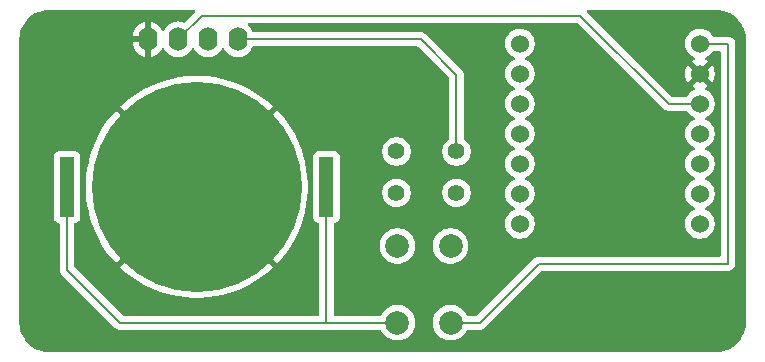
<source format=gbr>
%TF.GenerationSoftware,KiCad,Pcbnew,9.0.3*%
%TF.CreationDate,2025-08-02T05:50:16+03:00*%
%TF.ProjectId,LuminanceMeter,4c756d69-6e61-46e6-9365-4d657465722e,V0.1*%
%TF.SameCoordinates,Original*%
%TF.FileFunction,Copper,L2,Bot*%
%TF.FilePolarity,Positive*%
%FSLAX46Y46*%
G04 Gerber Fmt 4.6, Leading zero omitted, Abs format (unit mm)*
G04 Created by KiCad (PCBNEW 9.0.3) date 2025-08-02 05:50:16*
%MOMM*%
%LPD*%
G01*
G04 APERTURE LIST*
%TA.AperFunction,ComponentPad*%
%ADD10O,1.600000X2.000000*%
%TD*%
%TA.AperFunction,ComponentPad*%
%ADD11C,1.400000*%
%TD*%
%TA.AperFunction,ComponentPad*%
%ADD12C,2.000000*%
%TD*%
%TA.AperFunction,ComponentPad*%
%ADD13C,1.524000*%
%TD*%
%TA.AperFunction,SMDPad,CuDef*%
%ADD14R,1.270000X5.080000*%
%TD*%
%TA.AperFunction,SMDPad,CuDef*%
%ADD15C,17.800000*%
%TD*%
%TA.AperFunction,ViaPad*%
%ADD16C,0.600000*%
%TD*%
%TA.AperFunction,Conductor*%
%ADD17C,0.200000*%
%TD*%
G04 APERTURE END LIST*
D10*
%TO.P,Brd1,1,GND*%
%TO.N,GND*%
X85880000Y-62000000D03*
%TO.P,Brd1,2,VCC*%
%TO.N,3V3*%
X88420000Y-62000000D03*
%TO.P,Brd1,3,SCL*%
%TO.N,SCL*%
X90960000Y-62000000D03*
%TO.P,Brd1,4,SDA*%
%TO.N,SDA*%
X93500000Y-62000000D03*
%TD*%
D11*
%TO.P,R2,1*%
%TO.N,SCL*%
X112000000Y-75000000D03*
%TO.P,R2,2*%
%TO.N,3V3*%
X106920000Y-75000000D03*
%TD*%
%TO.P,R1,1*%
%TO.N,SDA*%
X112000000Y-71500000D03*
%TO.P,R1,2*%
%TO.N,3V3*%
X106920000Y-71500000D03*
%TD*%
D12*
%TO.P,SW1,1,1*%
%TO.N,Battery*%
X111500000Y-79500000D03*
X111500000Y-86000000D03*
%TO.P,SW1,2,2*%
%TO.N,Net-(BT1-+)*%
X107000000Y-79500000D03*
X107000000Y-86000000D03*
%TD*%
D13*
%TO.P,U1,1,GPIO26/ADC0/A0*%
%TO.N,unconnected-(U1-GPIO26{slash}ADC0{slash}A0-Pad1)*%
X117380000Y-62380000D03*
%TO.P,U1,2,GPIO27/ADC1/A1*%
%TO.N,unconnected-(U1-GPIO27{slash}ADC1{slash}A1-Pad2)*%
X117380000Y-64920000D03*
%TO.P,U1,3,GPIO28/ADC2/A2*%
%TO.N,unconnected-(U1-GPIO28{slash}ADC2{slash}A2-Pad3)*%
X117380000Y-67460000D03*
%TO.P,U1,4,GPIO29/ADC3/A3*%
%TO.N,Reset*%
X117380000Y-70000000D03*
%TO.P,U1,5,GPIO6/SDA*%
%TO.N,SDA*%
X117380000Y-72540000D03*
%TO.P,U1,6,GPIO7/SCL*%
%TO.N,SCL*%
X117380000Y-75080000D03*
%TO.P,U1,7,GPIO0/TX*%
%TO.N,unconnected-(U1-GPIO0{slash}TX-Pad7)*%
X117380000Y-77620000D03*
%TO.P,U1,8,GPIO1/RX*%
%TO.N,unconnected-(U1-GPIO1{slash}RX-Pad8)*%
X132620000Y-77620000D03*
%TO.P,U1,9,GPIO2/SCK*%
%TO.N,unconnected-(U1-GPIO2{slash}SCK-Pad9)*%
X132620000Y-75080000D03*
%TO.P,U1,10,GPIO4/MISO*%
%TO.N,unconnected-(U1-GPIO4{slash}MISO-Pad10)*%
X132620000Y-72540000D03*
%TO.P,U1,11,GPIO3/MOSI*%
%TO.N,unconnected-(U1-GPIO3{slash}MOSI-Pad11)*%
X132620000Y-70000000D03*
%TO.P,U1,12,3V3*%
%TO.N,3V3*%
X132620000Y-67460000D03*
%TO.P,U1,13,GND*%
%TO.N,GND*%
X132620000Y-64920000D03*
%TO.P,U1,14,VBUS*%
%TO.N,Battery*%
X132620000Y-62380000D03*
%TD*%
D14*
%TO.P,BT1,1,+*%
%TO.N,Net-(BT1-+)*%
X101000000Y-74500000D03*
X79030000Y-74500000D03*
D15*
%TO.P,BT1,2,-*%
%TO.N,GND*%
X90015000Y-74500000D03*
%TD*%
D16*
%TO.N,GND*%
X98500000Y-81500000D03*
%TD*%
D17*
%TO.N,GND*%
X97015000Y-81500000D02*
X90015000Y-74500000D01*
X98500000Y-81500000D02*
X97015000Y-81500000D01*
%TO.N,3V3*%
X122500000Y-60000000D02*
X129960000Y-67460000D01*
X90420000Y-60000000D02*
X122500000Y-60000000D01*
X88420000Y-62000000D02*
X90420000Y-60000000D01*
X129960000Y-67460000D02*
X132620000Y-67460000D01*
%TO.N,Battery*%
X118978429Y-81000000D02*
X135000000Y-81000000D01*
X135000000Y-62380000D02*
X132620000Y-62380000D01*
X111500000Y-86000000D02*
X113978429Y-86000000D01*
X113978429Y-86000000D02*
X118978429Y-81000000D01*
X135000000Y-81000000D02*
X135000000Y-62380000D01*
%TO.N,Net-(BT1-+)*%
X101000000Y-86000000D02*
X101000000Y-74500000D01*
X99000000Y-86000000D02*
X101000000Y-86000000D01*
X99000000Y-86000000D02*
X83500000Y-86000000D01*
X79030000Y-81530000D02*
X79030000Y-74500000D01*
X83500000Y-86000000D02*
X79030000Y-81530000D01*
X101000000Y-86000000D02*
X107000000Y-86000000D01*
%TO.N,SDA*%
X112000000Y-65000000D02*
X112000000Y-71500000D01*
X93500000Y-62000000D02*
X109000000Y-62000000D01*
X109000000Y-62000000D02*
X112000000Y-65000000D01*
%TD*%
%TA.AperFunction,Conductor*%
%TO.N,GND*%
G36*
X89837941Y-59520185D02*
G01*
X89883696Y-59572989D01*
X89893640Y-59642147D01*
X89864615Y-59705703D01*
X89858583Y-59712181D01*
X89015794Y-60554969D01*
X88954471Y-60588454D01*
X88889795Y-60585219D01*
X88724536Y-60531523D01*
X88589746Y-60510174D01*
X88522352Y-60499500D01*
X88317648Y-60499500D01*
X88304781Y-60501538D01*
X88115465Y-60531522D01*
X87920776Y-60594781D01*
X87738386Y-60687715D01*
X87572786Y-60808028D01*
X87428028Y-60952786D01*
X87307713Y-61118388D01*
X87260203Y-61211630D01*
X87212228Y-61262426D01*
X87144407Y-61279220D01*
X87078272Y-61256682D01*
X87039234Y-61211628D01*
X86991861Y-61118652D01*
X86871582Y-60953105D01*
X86871582Y-60953104D01*
X86726895Y-60808417D01*
X86561349Y-60688140D01*
X86379029Y-60595244D01*
X86184413Y-60532009D01*
X86130000Y-60523390D01*
X86130000Y-61566988D01*
X86072993Y-61534075D01*
X85945826Y-61500000D01*
X85814174Y-61500000D01*
X85687007Y-61534075D01*
X85630000Y-61566988D01*
X85630000Y-60523390D01*
X85575586Y-60532009D01*
X85380970Y-60595244D01*
X85198650Y-60688140D01*
X85033105Y-60808417D01*
X85033104Y-60808417D01*
X84888417Y-60953104D01*
X84888417Y-60953105D01*
X84768140Y-61118650D01*
X84675244Y-61300968D01*
X84612009Y-61495582D01*
X84580000Y-61697682D01*
X84580000Y-61750000D01*
X85446988Y-61750000D01*
X85414075Y-61807007D01*
X85380000Y-61934174D01*
X85380000Y-62065826D01*
X85414075Y-62192993D01*
X85446988Y-62250000D01*
X84580000Y-62250000D01*
X84580000Y-62302317D01*
X84612009Y-62504417D01*
X84675244Y-62699031D01*
X84768140Y-62881349D01*
X84888417Y-63046894D01*
X84888417Y-63046895D01*
X85033104Y-63191582D01*
X85198650Y-63311859D01*
X85380968Y-63404754D01*
X85575578Y-63467988D01*
X85630000Y-63476607D01*
X85630000Y-62433012D01*
X85687007Y-62465925D01*
X85814174Y-62500000D01*
X85945826Y-62500000D01*
X86072993Y-62465925D01*
X86130000Y-62433012D01*
X86130000Y-63476606D01*
X86184421Y-63467988D01*
X86379031Y-63404754D01*
X86561349Y-63311859D01*
X86726894Y-63191582D01*
X86726895Y-63191582D01*
X86871582Y-63046895D01*
X86871582Y-63046894D01*
X86991861Y-62881347D01*
X87039234Y-62788371D01*
X87087208Y-62737575D01*
X87155028Y-62720779D01*
X87221164Y-62743316D01*
X87260203Y-62788369D01*
X87307713Y-62881611D01*
X87428028Y-63047213D01*
X87572786Y-63191971D01*
X87727749Y-63304556D01*
X87738390Y-63312287D01*
X87854607Y-63371503D01*
X87920776Y-63405218D01*
X87920778Y-63405218D01*
X87920781Y-63405220D01*
X88025137Y-63439127D01*
X88115465Y-63468477D01*
X88216557Y-63484488D01*
X88317648Y-63500500D01*
X88317649Y-63500500D01*
X88522351Y-63500500D01*
X88522352Y-63500500D01*
X88724534Y-63468477D01*
X88919219Y-63405220D01*
X89101610Y-63312287D01*
X89194590Y-63244732D01*
X89267213Y-63191971D01*
X89267215Y-63191968D01*
X89267219Y-63191966D01*
X89411966Y-63047219D01*
X89411968Y-63047215D01*
X89411971Y-63047213D01*
X89532284Y-62881614D01*
X89532286Y-62881611D01*
X89532287Y-62881610D01*
X89579516Y-62788917D01*
X89627489Y-62738123D01*
X89695310Y-62721328D01*
X89761445Y-62743865D01*
X89800485Y-62788919D01*
X89847715Y-62881614D01*
X89968028Y-63047213D01*
X90112786Y-63191971D01*
X90267749Y-63304556D01*
X90278390Y-63312287D01*
X90394607Y-63371503D01*
X90460776Y-63405218D01*
X90460778Y-63405218D01*
X90460781Y-63405220D01*
X90565137Y-63439127D01*
X90655465Y-63468477D01*
X90756557Y-63484488D01*
X90857648Y-63500500D01*
X90857649Y-63500500D01*
X91062351Y-63500500D01*
X91062352Y-63500500D01*
X91264534Y-63468477D01*
X91459219Y-63405220D01*
X91641610Y-63312287D01*
X91734590Y-63244732D01*
X91807213Y-63191971D01*
X91807215Y-63191968D01*
X91807219Y-63191966D01*
X91951966Y-63047219D01*
X91951968Y-63047215D01*
X91951971Y-63047213D01*
X92072284Y-62881614D01*
X92072286Y-62881611D01*
X92072287Y-62881610D01*
X92119516Y-62788917D01*
X92167489Y-62738123D01*
X92235310Y-62721328D01*
X92301445Y-62743865D01*
X92340485Y-62788919D01*
X92387715Y-62881614D01*
X92508028Y-63047213D01*
X92652786Y-63191971D01*
X92807749Y-63304556D01*
X92818390Y-63312287D01*
X92934607Y-63371503D01*
X93000776Y-63405218D01*
X93000778Y-63405218D01*
X93000781Y-63405220D01*
X93105137Y-63439127D01*
X93195465Y-63468477D01*
X93296557Y-63484488D01*
X93397648Y-63500500D01*
X93397649Y-63500500D01*
X93602351Y-63500500D01*
X93602352Y-63500500D01*
X93804534Y-63468477D01*
X93999219Y-63405220D01*
X94181610Y-63312287D01*
X94274590Y-63244732D01*
X94347213Y-63191971D01*
X94347215Y-63191968D01*
X94347219Y-63191966D01*
X94491966Y-63047219D01*
X94491968Y-63047215D01*
X94491971Y-63047213D01*
X94544732Y-62974590D01*
X94612287Y-62881610D01*
X94705220Y-62699219D01*
X94709457Y-62686180D01*
X94748895Y-62628505D01*
X94813254Y-62601308D01*
X94827387Y-62600500D01*
X108699903Y-62600500D01*
X108766942Y-62620185D01*
X108787584Y-62636819D01*
X111363181Y-65212416D01*
X111396666Y-65273739D01*
X111399500Y-65300097D01*
X111399500Y-70389207D01*
X111379815Y-70456246D01*
X111348386Y-70489525D01*
X111217925Y-70584311D01*
X111084312Y-70717924D01*
X111084312Y-70717925D01*
X111084310Y-70717927D01*
X111036610Y-70783579D01*
X110973240Y-70870800D01*
X110887454Y-71039163D01*
X110829059Y-71218881D01*
X110799500Y-71405513D01*
X110799500Y-71594486D01*
X110829059Y-71781118D01*
X110887454Y-71960836D01*
X110935621Y-72055368D01*
X110973240Y-72129199D01*
X111084310Y-72282073D01*
X111217927Y-72415690D01*
X111370801Y-72526760D01*
X111450347Y-72567290D01*
X111539163Y-72612545D01*
X111539165Y-72612545D01*
X111539168Y-72612547D01*
X111635497Y-72643846D01*
X111718881Y-72670940D01*
X111905514Y-72700500D01*
X111905519Y-72700500D01*
X112094486Y-72700500D01*
X112281118Y-72670940D01*
X112460832Y-72612547D01*
X112629199Y-72526760D01*
X112782073Y-72415690D01*
X112915690Y-72282073D01*
X113026760Y-72129199D01*
X113112547Y-71960832D01*
X113170940Y-71781118D01*
X113180990Y-71717664D01*
X113200500Y-71594486D01*
X113200500Y-71405513D01*
X113170940Y-71218881D01*
X113125745Y-71079787D01*
X113112547Y-71039168D01*
X113112545Y-71039165D01*
X113112545Y-71039163D01*
X113026759Y-70870800D01*
X112991642Y-70822466D01*
X112915690Y-70717927D01*
X112782073Y-70584310D01*
X112737649Y-70552034D01*
X112651614Y-70489525D01*
X112608948Y-70434194D01*
X112600500Y-70389207D01*
X112600500Y-65089060D01*
X112600501Y-65089047D01*
X112600501Y-64920944D01*
X112600501Y-64920943D01*
X112559577Y-64768216D01*
X112489634Y-64647070D01*
X112480524Y-64631290D01*
X112480518Y-64631282D01*
X111349736Y-63500500D01*
X110129874Y-62280639D01*
X116117500Y-62280639D01*
X116117500Y-62479361D01*
X116121487Y-62504534D01*
X116148587Y-62675637D01*
X116209993Y-62864629D01*
X116209994Y-62864632D01*
X116269033Y-62980500D01*
X116300213Y-63041694D01*
X116417019Y-63202464D01*
X116557536Y-63342981D01*
X116718306Y-63459787D01*
X116836832Y-63520179D01*
X116874780Y-63539515D01*
X116925576Y-63587490D01*
X116942371Y-63655311D01*
X116919833Y-63721446D01*
X116874780Y-63760485D01*
X116718305Y-63840213D01*
X116557533Y-63957021D01*
X116417021Y-64097533D01*
X116300213Y-64258305D01*
X116209994Y-64435367D01*
X116209993Y-64435370D01*
X116148587Y-64624362D01*
X116117500Y-64820639D01*
X116117500Y-65019360D01*
X116148587Y-65215637D01*
X116209993Y-65404629D01*
X116209994Y-65404632D01*
X116258558Y-65499942D01*
X116300213Y-65581694D01*
X116417019Y-65742464D01*
X116557536Y-65882981D01*
X116718306Y-65999787D01*
X116836832Y-66060179D01*
X116874780Y-66079515D01*
X116925576Y-66127490D01*
X116942371Y-66195311D01*
X116919833Y-66261446D01*
X116874780Y-66300485D01*
X116718305Y-66380213D01*
X116557533Y-66497021D01*
X116417021Y-66637533D01*
X116300213Y-66798305D01*
X116209994Y-66975367D01*
X116209993Y-66975370D01*
X116148587Y-67164362D01*
X116117500Y-67360639D01*
X116117500Y-67559360D01*
X116148587Y-67755637D01*
X116209993Y-67944629D01*
X116209994Y-67944632D01*
X116279063Y-68080185D01*
X116300213Y-68121694D01*
X116417019Y-68282464D01*
X116557536Y-68422981D01*
X116718306Y-68539787D01*
X116836832Y-68600179D01*
X116874780Y-68619515D01*
X116925576Y-68667490D01*
X116942371Y-68735311D01*
X116919833Y-68801446D01*
X116874780Y-68840485D01*
X116718305Y-68920213D01*
X116557533Y-69037021D01*
X116417021Y-69177533D01*
X116300213Y-69338305D01*
X116209994Y-69515367D01*
X116209993Y-69515370D01*
X116148587Y-69704362D01*
X116117500Y-69900639D01*
X116117500Y-70099360D01*
X116148587Y-70295637D01*
X116209993Y-70484629D01*
X116209994Y-70484632D01*
X116278190Y-70618472D01*
X116300213Y-70661694D01*
X116417019Y-70822464D01*
X116557536Y-70962981D01*
X116718306Y-71079787D01*
X116836832Y-71140179D01*
X116874780Y-71159515D01*
X116925576Y-71207490D01*
X116942371Y-71275311D01*
X116919833Y-71341446D01*
X116874780Y-71380485D01*
X116718305Y-71460213D01*
X116557533Y-71577021D01*
X116417021Y-71717533D01*
X116300213Y-71878305D01*
X116209994Y-72055367D01*
X116209993Y-72055370D01*
X116148587Y-72244362D01*
X116148587Y-72244364D01*
X116117500Y-72440639D01*
X116117500Y-72639361D01*
X116133043Y-72737498D01*
X116148587Y-72835637D01*
X116209993Y-73024629D01*
X116209994Y-73024632D01*
X116300213Y-73201694D01*
X116417019Y-73362464D01*
X116557536Y-73502981D01*
X116718306Y-73619787D01*
X116836832Y-73680179D01*
X116874780Y-73699515D01*
X116925576Y-73747490D01*
X116942371Y-73815311D01*
X116919833Y-73881446D01*
X116874780Y-73920485D01*
X116718305Y-74000213D01*
X116557533Y-74117021D01*
X116417021Y-74257533D01*
X116300213Y-74418305D01*
X116209994Y-74595367D01*
X116209993Y-74595370D01*
X116148587Y-74784362D01*
X116117500Y-74980639D01*
X116117500Y-75179360D01*
X116148587Y-75375637D01*
X116209993Y-75564629D01*
X116209994Y-75564632D01*
X116300213Y-75741694D01*
X116417019Y-75902464D01*
X116557536Y-76042981D01*
X116718306Y-76159787D01*
X116836832Y-76220179D01*
X116874780Y-76239515D01*
X116925576Y-76287490D01*
X116942371Y-76355311D01*
X116919833Y-76421446D01*
X116874780Y-76460485D01*
X116718305Y-76540213D01*
X116557533Y-76657021D01*
X116417021Y-76797533D01*
X116300213Y-76958305D01*
X116209994Y-77135367D01*
X116209993Y-77135370D01*
X116148587Y-77324362D01*
X116148587Y-77324364D01*
X116117500Y-77520639D01*
X116117500Y-77719361D01*
X116132320Y-77812932D01*
X116148587Y-77915637D01*
X116209993Y-78104629D01*
X116209994Y-78104632D01*
X116300213Y-78281694D01*
X116417019Y-78442464D01*
X116557536Y-78582981D01*
X116718306Y-78699787D01*
X116745349Y-78713566D01*
X116895367Y-78790005D01*
X116895370Y-78790006D01*
X116989866Y-78820709D01*
X117084364Y-78851413D01*
X117280639Y-78882500D01*
X117280640Y-78882500D01*
X117479360Y-78882500D01*
X117479361Y-78882500D01*
X117675636Y-78851413D01*
X117864632Y-78790005D01*
X118041694Y-78699787D01*
X118202464Y-78582981D01*
X118342981Y-78442464D01*
X118459787Y-78281694D01*
X118550005Y-78104632D01*
X118611413Y-77915636D01*
X118642500Y-77719361D01*
X118642500Y-77520639D01*
X118611413Y-77324364D01*
X118580709Y-77229866D01*
X118550006Y-77135370D01*
X118550005Y-77135367D01*
X118459786Y-76958305D01*
X118342981Y-76797536D01*
X118202464Y-76657019D01*
X118041694Y-76540213D01*
X117885218Y-76460484D01*
X117834423Y-76412510D01*
X117817628Y-76344689D01*
X117840165Y-76278554D01*
X117885218Y-76239515D01*
X118041694Y-76159787D01*
X118202464Y-76042981D01*
X118342981Y-75902464D01*
X118459787Y-75741694D01*
X118550005Y-75564632D01*
X118611413Y-75375636D01*
X118642500Y-75179361D01*
X118642500Y-74980639D01*
X118611413Y-74784364D01*
X118550005Y-74595368D01*
X118550005Y-74595367D01*
X118459786Y-74418305D01*
X118342981Y-74257536D01*
X118202464Y-74117019D01*
X118041694Y-74000213D01*
X117885218Y-73920484D01*
X117834423Y-73872510D01*
X117817628Y-73804689D01*
X117840165Y-73738554D01*
X117885218Y-73699515D01*
X118041694Y-73619787D01*
X118202464Y-73502981D01*
X118342981Y-73362464D01*
X118459787Y-73201694D01*
X118550005Y-73024632D01*
X118611413Y-72835636D01*
X118642500Y-72639361D01*
X118642500Y-72440639D01*
X118611413Y-72244364D01*
X118550005Y-72055368D01*
X118550005Y-72055367D01*
X118477024Y-71912135D01*
X118459787Y-71878306D01*
X118342981Y-71717536D01*
X118202464Y-71577019D01*
X118041694Y-71460213D01*
X117885218Y-71380484D01*
X117834423Y-71332510D01*
X117817628Y-71264689D01*
X117840165Y-71198554D01*
X117885218Y-71159515D01*
X118041694Y-71079787D01*
X118202464Y-70962981D01*
X118342981Y-70822464D01*
X118459787Y-70661694D01*
X118550005Y-70484632D01*
X118611413Y-70295636D01*
X118642500Y-70099361D01*
X118642500Y-69900639D01*
X118611413Y-69704364D01*
X118550005Y-69515368D01*
X118550005Y-69515367D01*
X118459786Y-69338305D01*
X118342981Y-69177536D01*
X118202464Y-69037019D01*
X118041694Y-68920213D01*
X117885218Y-68840484D01*
X117834423Y-68792510D01*
X117817628Y-68724689D01*
X117840165Y-68658554D01*
X117885218Y-68619515D01*
X118041694Y-68539787D01*
X118202464Y-68422981D01*
X118342981Y-68282464D01*
X118459787Y-68121694D01*
X118550005Y-67944632D01*
X118611413Y-67755636D01*
X118642500Y-67559361D01*
X118642500Y-67360639D01*
X118611413Y-67164364D01*
X118550005Y-66975368D01*
X118550005Y-66975367D01*
X118490967Y-66859500D01*
X118459787Y-66798306D01*
X118342981Y-66637536D01*
X118202464Y-66497019D01*
X118041694Y-66380213D01*
X117885218Y-66300484D01*
X117834423Y-66252510D01*
X117817628Y-66184689D01*
X117840165Y-66118554D01*
X117885218Y-66079515D01*
X118041694Y-65999787D01*
X118202464Y-65882981D01*
X118342981Y-65742464D01*
X118459787Y-65581694D01*
X118550005Y-65404632D01*
X118611413Y-65215636D01*
X118642500Y-65019361D01*
X118642500Y-64820639D01*
X118611413Y-64624364D01*
X118550005Y-64435368D01*
X118550005Y-64435367D01*
X118504035Y-64345149D01*
X118459787Y-64258306D01*
X118342981Y-64097536D01*
X118202464Y-63957019D01*
X118041694Y-63840213D01*
X117885218Y-63760484D01*
X117834423Y-63712510D01*
X117817628Y-63644689D01*
X117840165Y-63578554D01*
X117885218Y-63539515D01*
X118041694Y-63459787D01*
X118202464Y-63342981D01*
X118342981Y-63202464D01*
X118459787Y-63041694D01*
X118550005Y-62864632D01*
X118611413Y-62675636D01*
X118642500Y-62479361D01*
X118642500Y-62280639D01*
X118611413Y-62084364D01*
X118562592Y-61934108D01*
X118550006Y-61895370D01*
X118550005Y-61895367D01*
X118475936Y-61750000D01*
X118459787Y-61718306D01*
X118342981Y-61557536D01*
X118202464Y-61417019D01*
X118041694Y-61300213D01*
X117864632Y-61209994D01*
X117864629Y-61209993D01*
X117675637Y-61148587D01*
X117500398Y-61120832D01*
X117479361Y-61117500D01*
X117280639Y-61117500D01*
X117273366Y-61118652D01*
X117084362Y-61148587D01*
X116895370Y-61209993D01*
X116895367Y-61209994D01*
X116718305Y-61300213D01*
X116557533Y-61417021D01*
X116417021Y-61557533D01*
X116300213Y-61718305D01*
X116209994Y-61895367D01*
X116209993Y-61895370D01*
X116148587Y-62084362D01*
X116148587Y-62084364D01*
X116117500Y-62280639D01*
X110129874Y-62280639D01*
X109487589Y-61638354D01*
X109487588Y-61638352D01*
X109368717Y-61519481D01*
X109368716Y-61519480D01*
X109281904Y-61469360D01*
X109281904Y-61469359D01*
X109281900Y-61469358D01*
X109231785Y-61440423D01*
X109079057Y-61399499D01*
X108920943Y-61399499D01*
X108913347Y-61399499D01*
X108913331Y-61399500D01*
X94827387Y-61399500D01*
X94760348Y-61379815D01*
X94714593Y-61327011D01*
X94709457Y-61313820D01*
X94705220Y-61300780D01*
X94658962Y-61209995D01*
X94612287Y-61118390D01*
X94603889Y-61106831D01*
X94491971Y-60952786D01*
X94351366Y-60812181D01*
X94317881Y-60750858D01*
X94322865Y-60681166D01*
X94364737Y-60625233D01*
X94430201Y-60600816D01*
X94439047Y-60600500D01*
X122199903Y-60600500D01*
X122266942Y-60620185D01*
X122287584Y-60636819D01*
X129475139Y-67824374D01*
X129475149Y-67824385D01*
X129479479Y-67828715D01*
X129479480Y-67828716D01*
X129591284Y-67940520D01*
X129678095Y-67990639D01*
X129678097Y-67990641D01*
X129716151Y-68012611D01*
X129728215Y-68019577D01*
X129880943Y-68060500D01*
X131433270Y-68060500D01*
X131500309Y-68080185D01*
X131537191Y-68117866D01*
X131537349Y-68117752D01*
X131538127Y-68118823D01*
X131539000Y-68119715D01*
X131540210Y-68121690D01*
X131540213Y-68121694D01*
X131657019Y-68282464D01*
X131797536Y-68422981D01*
X131958306Y-68539787D01*
X132076832Y-68600179D01*
X132114780Y-68619515D01*
X132165576Y-68667490D01*
X132182371Y-68735311D01*
X132159833Y-68801446D01*
X132114780Y-68840485D01*
X131958305Y-68920213D01*
X131797533Y-69037021D01*
X131657021Y-69177533D01*
X131540213Y-69338305D01*
X131449994Y-69515367D01*
X131449993Y-69515370D01*
X131388587Y-69704362D01*
X131357500Y-69900639D01*
X131357500Y-70099360D01*
X131388587Y-70295637D01*
X131449993Y-70484629D01*
X131449994Y-70484632D01*
X131518190Y-70618472D01*
X131540213Y-70661694D01*
X131657019Y-70822464D01*
X131797536Y-70962981D01*
X131958306Y-71079787D01*
X132076832Y-71140179D01*
X132114780Y-71159515D01*
X132165576Y-71207490D01*
X132182371Y-71275311D01*
X132159833Y-71341446D01*
X132114780Y-71380485D01*
X131958305Y-71460213D01*
X131797533Y-71577021D01*
X131657021Y-71717533D01*
X131540213Y-71878305D01*
X131449994Y-72055367D01*
X131449993Y-72055370D01*
X131388587Y-72244362D01*
X131388587Y-72244364D01*
X131357500Y-72440639D01*
X131357500Y-72639361D01*
X131373043Y-72737498D01*
X131388587Y-72835637D01*
X131449993Y-73024629D01*
X131449994Y-73024632D01*
X131540213Y-73201694D01*
X131657019Y-73362464D01*
X131797536Y-73502981D01*
X131958306Y-73619787D01*
X132076832Y-73680179D01*
X132114780Y-73699515D01*
X132165576Y-73747490D01*
X132182371Y-73815311D01*
X132159833Y-73881446D01*
X132114780Y-73920485D01*
X131958305Y-74000213D01*
X131797533Y-74117021D01*
X131657021Y-74257533D01*
X131540213Y-74418305D01*
X131449994Y-74595367D01*
X131449993Y-74595370D01*
X131388587Y-74784362D01*
X131357500Y-74980639D01*
X131357500Y-75179360D01*
X131388587Y-75375637D01*
X131449993Y-75564629D01*
X131449994Y-75564632D01*
X131540213Y-75741694D01*
X131657019Y-75902464D01*
X131797536Y-76042981D01*
X131958306Y-76159787D01*
X132076832Y-76220179D01*
X132114780Y-76239515D01*
X132165576Y-76287490D01*
X132182371Y-76355311D01*
X132159833Y-76421446D01*
X132114780Y-76460485D01*
X131958305Y-76540213D01*
X131797533Y-76657021D01*
X131657021Y-76797533D01*
X131540213Y-76958305D01*
X131449994Y-77135367D01*
X131449993Y-77135370D01*
X131388587Y-77324362D01*
X131388587Y-77324364D01*
X131357500Y-77520639D01*
X131357500Y-77719361D01*
X131372320Y-77812932D01*
X131388587Y-77915637D01*
X131449993Y-78104629D01*
X131449994Y-78104632D01*
X131540213Y-78281694D01*
X131657019Y-78442464D01*
X131797536Y-78582981D01*
X131958306Y-78699787D01*
X131985349Y-78713566D01*
X132135367Y-78790005D01*
X132135370Y-78790006D01*
X132229866Y-78820709D01*
X132324364Y-78851413D01*
X132520639Y-78882500D01*
X132520640Y-78882500D01*
X132719360Y-78882500D01*
X132719361Y-78882500D01*
X132915636Y-78851413D01*
X133104632Y-78790005D01*
X133281694Y-78699787D01*
X133442464Y-78582981D01*
X133582981Y-78442464D01*
X133699787Y-78281694D01*
X133790005Y-78104632D01*
X133851413Y-77915636D01*
X133882500Y-77719361D01*
X133882500Y-77520639D01*
X133851413Y-77324364D01*
X133820709Y-77229866D01*
X133790006Y-77135370D01*
X133790005Y-77135367D01*
X133699786Y-76958305D01*
X133582981Y-76797536D01*
X133442464Y-76657019D01*
X133281694Y-76540213D01*
X133125218Y-76460484D01*
X133074423Y-76412510D01*
X133057628Y-76344689D01*
X133080165Y-76278554D01*
X133125218Y-76239515D01*
X133281694Y-76159787D01*
X133442464Y-76042981D01*
X133582981Y-75902464D01*
X133699787Y-75741694D01*
X133790005Y-75564632D01*
X133851413Y-75375636D01*
X133882500Y-75179361D01*
X133882500Y-74980639D01*
X133851413Y-74784364D01*
X133790005Y-74595368D01*
X133790005Y-74595367D01*
X133699786Y-74418305D01*
X133582981Y-74257536D01*
X133442464Y-74117019D01*
X133281694Y-74000213D01*
X133125218Y-73920484D01*
X133074423Y-73872510D01*
X133057628Y-73804689D01*
X133080165Y-73738554D01*
X133125218Y-73699515D01*
X133281694Y-73619787D01*
X133442464Y-73502981D01*
X133582981Y-73362464D01*
X133699787Y-73201694D01*
X133790005Y-73024632D01*
X133851413Y-72835636D01*
X133882500Y-72639361D01*
X133882500Y-72440639D01*
X133851413Y-72244364D01*
X133790005Y-72055368D01*
X133790005Y-72055367D01*
X133717024Y-71912135D01*
X133699787Y-71878306D01*
X133582981Y-71717536D01*
X133442464Y-71577019D01*
X133281694Y-71460213D01*
X133125218Y-71380484D01*
X133074423Y-71332510D01*
X133057628Y-71264689D01*
X133080165Y-71198554D01*
X133125218Y-71159515D01*
X133281694Y-71079787D01*
X133442464Y-70962981D01*
X133582981Y-70822464D01*
X133699787Y-70661694D01*
X133790005Y-70484632D01*
X133851413Y-70295636D01*
X133882500Y-70099361D01*
X133882500Y-69900639D01*
X133851413Y-69704364D01*
X133790005Y-69515368D01*
X133790005Y-69515367D01*
X133699786Y-69338305D01*
X133582981Y-69177536D01*
X133442464Y-69037019D01*
X133281694Y-68920213D01*
X133125218Y-68840484D01*
X133074423Y-68792510D01*
X133057628Y-68724689D01*
X133080165Y-68658554D01*
X133125218Y-68619515D01*
X133281694Y-68539787D01*
X133442464Y-68422981D01*
X133582981Y-68282464D01*
X133699787Y-68121694D01*
X133790005Y-67944632D01*
X133851413Y-67755636D01*
X133882500Y-67559361D01*
X133882500Y-67360639D01*
X133851413Y-67164364D01*
X133790005Y-66975368D01*
X133790005Y-66975367D01*
X133730967Y-66859500D01*
X133699787Y-66798306D01*
X133582981Y-66637536D01*
X133442464Y-66497019D01*
X133281694Y-66380213D01*
X133124667Y-66300203D01*
X133073872Y-66252229D01*
X133057077Y-66184408D01*
X133079614Y-66118273D01*
X133124669Y-66079234D01*
X133281422Y-65999364D01*
X133318716Y-65972268D01*
X132704095Y-65357647D01*
X132791571Y-65334208D01*
X132892930Y-65275689D01*
X132975689Y-65192930D01*
X133034208Y-65091571D01*
X133057647Y-65004094D01*
X133672268Y-65618715D01*
X133699362Y-65581425D01*
X133789542Y-65404437D01*
X133850924Y-65215523D01*
X133850924Y-65215520D01*
X133882000Y-65019321D01*
X133882000Y-64820678D01*
X133850924Y-64624479D01*
X133850924Y-64624476D01*
X133789542Y-64435562D01*
X133699358Y-64258567D01*
X133672268Y-64221283D01*
X133057647Y-64835904D01*
X133034208Y-64748429D01*
X132975689Y-64647070D01*
X132892930Y-64564311D01*
X132791571Y-64505792D01*
X132704094Y-64482352D01*
X133318716Y-63867731D01*
X133318715Y-63867730D01*
X133281432Y-63840641D01*
X133124668Y-63760765D01*
X133073872Y-63712790D01*
X133057077Y-63644969D01*
X133079615Y-63578834D01*
X133124667Y-63539796D01*
X133281694Y-63459787D01*
X133442464Y-63342981D01*
X133582981Y-63202464D01*
X133699787Y-63041694D01*
X133699789Y-63041689D01*
X133701000Y-63039715D01*
X133701656Y-63039121D01*
X133702651Y-63037752D01*
X133702938Y-63037960D01*
X133752810Y-62992837D01*
X133806730Y-62980500D01*
X134275500Y-62980500D01*
X134342539Y-63000185D01*
X134388294Y-63052989D01*
X134399500Y-63104500D01*
X134399500Y-80275500D01*
X134379815Y-80342539D01*
X134327011Y-80388294D01*
X134275500Y-80399500D01*
X119065098Y-80399500D01*
X119065082Y-80399499D01*
X119057486Y-80399499D01*
X118899372Y-80399499D01*
X118792016Y-80428265D01*
X118746639Y-80440424D01*
X118746638Y-80440425D01*
X118696525Y-80469359D01*
X118696524Y-80469360D01*
X118653118Y-80494420D01*
X118609714Y-80519479D01*
X118609711Y-80519481D01*
X118497907Y-80631286D01*
X113766013Y-85363181D01*
X113704690Y-85396666D01*
X113678332Y-85399500D01*
X112954068Y-85399500D01*
X112887029Y-85379815D01*
X112843583Y-85331795D01*
X112783343Y-85213567D01*
X112644517Y-85022490D01*
X112477510Y-84855483D01*
X112286433Y-84716657D01*
X112075996Y-84609433D01*
X111851368Y-84536446D01*
X111618097Y-84499500D01*
X111618092Y-84499500D01*
X111381908Y-84499500D01*
X111381903Y-84499500D01*
X111148631Y-84536446D01*
X110924003Y-84609433D01*
X110713566Y-84716657D01*
X110604550Y-84795862D01*
X110522490Y-84855483D01*
X110522488Y-84855485D01*
X110522487Y-84855485D01*
X110355485Y-85022487D01*
X110355485Y-85022488D01*
X110355483Y-85022490D01*
X110295862Y-85104550D01*
X110216657Y-85213566D01*
X110109433Y-85424003D01*
X110036446Y-85648631D01*
X109999500Y-85881902D01*
X109999500Y-86118097D01*
X110036446Y-86351368D01*
X110109433Y-86575996D01*
X110216657Y-86786433D01*
X110355483Y-86977510D01*
X110522490Y-87144517D01*
X110713567Y-87283343D01*
X110812991Y-87334002D01*
X110924003Y-87390566D01*
X110924005Y-87390566D01*
X110924008Y-87390568D01*
X111014215Y-87419878D01*
X111148631Y-87463553D01*
X111381903Y-87500500D01*
X111381908Y-87500500D01*
X111618097Y-87500500D01*
X111851368Y-87463553D01*
X112075992Y-87390568D01*
X112286433Y-87283343D01*
X112477510Y-87144517D01*
X112644517Y-86977510D01*
X112783343Y-86786433D01*
X112843583Y-86668204D01*
X112891558Y-86617409D01*
X112954068Y-86600500D01*
X113891760Y-86600500D01*
X113891776Y-86600501D01*
X113899372Y-86600501D01*
X114057483Y-86600501D01*
X114057486Y-86600501D01*
X114210214Y-86559577D01*
X114288722Y-86514250D01*
X114347145Y-86480520D01*
X114458949Y-86368716D01*
X114458949Y-86368714D01*
X114469153Y-86358511D01*
X114469156Y-86358506D01*
X119190845Y-81636819D01*
X119252168Y-81603334D01*
X119278526Y-81600500D01*
X135079055Y-81600500D01*
X135079057Y-81600500D01*
X135231784Y-81559577D01*
X135368716Y-81480520D01*
X135480520Y-81368716D01*
X135559577Y-81231784D01*
X135600500Y-81079057D01*
X135600500Y-62300943D01*
X135559577Y-62148216D01*
X135559573Y-62148209D01*
X135480524Y-62011290D01*
X135480518Y-62011282D01*
X135368717Y-61899481D01*
X135368709Y-61899475D01*
X135231790Y-61820426D01*
X135231786Y-61820424D01*
X135231784Y-61820423D01*
X135079057Y-61779500D01*
X135079056Y-61779500D01*
X133806730Y-61779500D01*
X133739691Y-61759815D01*
X133702808Y-61722133D01*
X133702651Y-61722248D01*
X133701872Y-61721176D01*
X133701000Y-61720285D01*
X133699789Y-61718309D01*
X133636563Y-61631286D01*
X133582981Y-61557536D01*
X133442464Y-61417019D01*
X133281694Y-61300213D01*
X133104632Y-61209994D01*
X133104629Y-61209993D01*
X132915637Y-61148587D01*
X132740398Y-61120832D01*
X132719361Y-61117500D01*
X132520639Y-61117500D01*
X132513366Y-61118652D01*
X132324362Y-61148587D01*
X132135370Y-61209993D01*
X132135367Y-61209994D01*
X131958305Y-61300213D01*
X131797533Y-61417021D01*
X131657021Y-61557533D01*
X131540213Y-61718305D01*
X131449994Y-61895367D01*
X131449993Y-61895370D01*
X131388587Y-62084362D01*
X131388587Y-62084364D01*
X131357500Y-62280639D01*
X131357500Y-62479361D01*
X131361487Y-62504534D01*
X131388587Y-62675637D01*
X131449993Y-62864629D01*
X131449994Y-62864632D01*
X131509033Y-62980500D01*
X131540213Y-63041694D01*
X131657019Y-63202464D01*
X131797536Y-63342981D01*
X131958306Y-63459787D01*
X132115332Y-63539796D01*
X132166127Y-63587769D01*
X132182922Y-63655590D01*
X132160385Y-63721725D01*
X132115332Y-63760764D01*
X131958566Y-63840641D01*
X131921283Y-63867729D01*
X131921282Y-63867730D01*
X132535906Y-64482352D01*
X132448429Y-64505792D01*
X132347070Y-64564311D01*
X132264311Y-64647070D01*
X132205792Y-64748429D01*
X132182352Y-64835905D01*
X131567730Y-64221282D01*
X131567729Y-64221283D01*
X131540643Y-64258564D01*
X131450457Y-64435562D01*
X131389075Y-64624476D01*
X131389075Y-64624479D01*
X131358000Y-64820678D01*
X131358000Y-65019321D01*
X131389075Y-65215520D01*
X131389075Y-65215523D01*
X131450457Y-65404437D01*
X131540641Y-65581432D01*
X131567730Y-65618715D01*
X131567731Y-65618716D01*
X132182352Y-65004094D01*
X132205792Y-65091571D01*
X132264311Y-65192930D01*
X132347070Y-65275689D01*
X132448429Y-65334208D01*
X132535905Y-65357647D01*
X131921283Y-65972268D01*
X131921283Y-65972269D01*
X131958567Y-65999358D01*
X132115331Y-66079234D01*
X132166127Y-66127209D01*
X132182922Y-66195030D01*
X132160384Y-66261165D01*
X132115331Y-66300204D01*
X131958305Y-66380213D01*
X131797533Y-66497021D01*
X131657021Y-66637533D01*
X131540210Y-66798309D01*
X131539000Y-66800285D01*
X131538343Y-66800878D01*
X131537349Y-66802248D01*
X131537061Y-66802039D01*
X131487190Y-66847163D01*
X131433270Y-66859500D01*
X130260097Y-66859500D01*
X130193058Y-66839815D01*
X130172416Y-66823181D01*
X123061416Y-59712181D01*
X123027931Y-59650858D01*
X123032915Y-59581166D01*
X123074787Y-59525233D01*
X123140251Y-59500816D01*
X123149097Y-59500500D01*
X133934108Y-59500500D01*
X133996249Y-59500500D01*
X134003736Y-59500726D01*
X134293796Y-59518271D01*
X134308657Y-59520075D01*
X134590798Y-59571780D01*
X134605335Y-59575363D01*
X134879172Y-59660695D01*
X134893163Y-59666000D01*
X135154743Y-59783727D01*
X135167989Y-59790680D01*
X135413465Y-59939075D01*
X135425776Y-59947573D01*
X135651573Y-60124473D01*
X135662781Y-60134403D01*
X135865596Y-60337218D01*
X135875526Y-60348426D01*
X136018972Y-60531522D01*
X136052422Y-60574217D01*
X136060926Y-60586537D01*
X136194822Y-60808028D01*
X136209316Y-60832004D01*
X136216275Y-60845263D01*
X136333997Y-61106831D01*
X136339306Y-61120832D01*
X136424635Y-61394663D01*
X136428219Y-61409201D01*
X136479923Y-61691340D01*
X136481728Y-61706205D01*
X136499274Y-61996263D01*
X136499500Y-62003750D01*
X136499500Y-85996249D01*
X136499274Y-86003736D01*
X136481728Y-86293794D01*
X136479923Y-86308659D01*
X136428219Y-86590798D01*
X136424635Y-86605336D01*
X136339306Y-86879167D01*
X136333997Y-86893168D01*
X136216275Y-87154736D01*
X136209316Y-87167995D01*
X136060928Y-87413459D01*
X136052422Y-87425782D01*
X135875526Y-87651573D01*
X135865596Y-87662781D01*
X135662781Y-87865596D01*
X135651573Y-87875526D01*
X135425782Y-88052422D01*
X135413459Y-88060928D01*
X135167995Y-88209316D01*
X135154736Y-88216275D01*
X134893168Y-88333997D01*
X134879167Y-88339306D01*
X134605336Y-88424635D01*
X134590798Y-88428219D01*
X134308659Y-88479923D01*
X134293794Y-88481728D01*
X134003736Y-88499274D01*
X133996249Y-88499500D01*
X77503751Y-88499500D01*
X77496264Y-88499274D01*
X77206205Y-88481728D01*
X77191340Y-88479923D01*
X76909201Y-88428219D01*
X76894663Y-88424635D01*
X76620832Y-88339306D01*
X76606831Y-88333997D01*
X76345263Y-88216275D01*
X76332004Y-88209316D01*
X76086540Y-88060928D01*
X76074217Y-88052422D01*
X75848426Y-87875526D01*
X75837218Y-87865596D01*
X75634403Y-87662781D01*
X75624473Y-87651573D01*
X75506115Y-87500500D01*
X75447573Y-87425776D01*
X75439075Y-87413465D01*
X75290680Y-87167989D01*
X75283727Y-87154743D01*
X75166000Y-86893163D01*
X75160693Y-86879167D01*
X75075364Y-86605336D01*
X75071780Y-86590798D01*
X75057752Y-86514250D01*
X75020075Y-86308657D01*
X75018271Y-86293794D01*
X75000726Y-86003736D01*
X75000500Y-85996249D01*
X75000500Y-71912135D01*
X77894500Y-71912135D01*
X77894500Y-77087870D01*
X77894501Y-77087876D01*
X77900908Y-77147483D01*
X77951202Y-77282328D01*
X77951206Y-77282335D01*
X78037452Y-77397544D01*
X78037455Y-77397547D01*
X78152664Y-77483793D01*
X78152671Y-77483797D01*
X78287517Y-77534091D01*
X78287515Y-77534091D01*
X78318756Y-77537450D01*
X78383307Y-77564188D01*
X78423155Y-77621581D01*
X78429500Y-77660739D01*
X78429500Y-81443330D01*
X78429499Y-81443348D01*
X78429499Y-81609054D01*
X78429498Y-81609054D01*
X78470423Y-81761785D01*
X78499358Y-81811900D01*
X78499359Y-81811904D01*
X78499360Y-81811904D01*
X78549479Y-81898714D01*
X78549481Y-81898717D01*
X78668349Y-82017585D01*
X78668354Y-82017589D01*
X83131284Y-86480520D01*
X83131286Y-86480521D01*
X83131290Y-86480524D01*
X83268209Y-86559573D01*
X83268212Y-86559575D01*
X83268216Y-86559577D01*
X83420943Y-86600501D01*
X83420945Y-86600501D01*
X83586654Y-86600501D01*
X83586670Y-86600500D01*
X98920943Y-86600500D01*
X100920943Y-86600500D01*
X105545932Y-86600500D01*
X105612971Y-86620185D01*
X105656416Y-86668203D01*
X105716657Y-86786433D01*
X105855483Y-86977510D01*
X106022490Y-87144517D01*
X106213567Y-87283343D01*
X106312991Y-87334002D01*
X106424003Y-87390566D01*
X106424005Y-87390566D01*
X106424008Y-87390568D01*
X106514215Y-87419878D01*
X106648631Y-87463553D01*
X106881903Y-87500500D01*
X106881908Y-87500500D01*
X107118097Y-87500500D01*
X107351368Y-87463553D01*
X107575992Y-87390568D01*
X107786433Y-87283343D01*
X107977510Y-87144517D01*
X108144517Y-86977510D01*
X108283343Y-86786433D01*
X108390568Y-86575992D01*
X108463553Y-86351368D01*
X108500500Y-86118097D01*
X108500500Y-85881902D01*
X108463553Y-85648631D01*
X108390566Y-85424003D01*
X108283342Y-85213566D01*
X108144517Y-85022490D01*
X107977510Y-84855483D01*
X107786433Y-84716657D01*
X107575996Y-84609433D01*
X107351368Y-84536446D01*
X107118097Y-84499500D01*
X107118092Y-84499500D01*
X106881908Y-84499500D01*
X106881903Y-84499500D01*
X106648631Y-84536446D01*
X106424003Y-84609433D01*
X106213566Y-84716657D01*
X106104550Y-84795862D01*
X106022490Y-84855483D01*
X106022488Y-84855485D01*
X106022487Y-84855485D01*
X105855485Y-85022487D01*
X105855485Y-85022488D01*
X105855483Y-85022490D01*
X105795862Y-85104550D01*
X105716657Y-85213566D01*
X105685100Y-85275500D01*
X105658855Y-85327011D01*
X105656417Y-85331795D01*
X105608442Y-85382591D01*
X105545932Y-85399500D01*
X101724500Y-85399500D01*
X101657461Y-85379815D01*
X101611706Y-85327011D01*
X101600500Y-85275500D01*
X101600500Y-79381902D01*
X105499500Y-79381902D01*
X105499500Y-79618097D01*
X105536446Y-79851368D01*
X105609433Y-80075996D01*
X105711086Y-80275500D01*
X105716657Y-80286433D01*
X105855483Y-80477510D01*
X106022490Y-80644517D01*
X106213567Y-80783343D01*
X106312991Y-80834002D01*
X106424003Y-80890566D01*
X106424005Y-80890566D01*
X106424008Y-80890568D01*
X106542926Y-80929207D01*
X106648631Y-80963553D01*
X106881903Y-81000500D01*
X106881908Y-81000500D01*
X107118097Y-81000500D01*
X107351368Y-80963553D01*
X107575992Y-80890568D01*
X107786433Y-80783343D01*
X107977510Y-80644517D01*
X108144517Y-80477510D01*
X108283343Y-80286433D01*
X108390568Y-80075992D01*
X108463553Y-79851368D01*
X108500500Y-79618097D01*
X108500500Y-79381902D01*
X109999500Y-79381902D01*
X109999500Y-79618097D01*
X110036446Y-79851368D01*
X110109433Y-80075996D01*
X110211086Y-80275500D01*
X110216657Y-80286433D01*
X110355483Y-80477510D01*
X110522490Y-80644517D01*
X110713567Y-80783343D01*
X110812991Y-80834002D01*
X110924003Y-80890566D01*
X110924005Y-80890566D01*
X110924008Y-80890568D01*
X111042926Y-80929207D01*
X111148631Y-80963553D01*
X111381903Y-81000500D01*
X111381908Y-81000500D01*
X111618097Y-81000500D01*
X111851368Y-80963553D01*
X112075992Y-80890568D01*
X112286433Y-80783343D01*
X112477510Y-80644517D01*
X112644517Y-80477510D01*
X112783343Y-80286433D01*
X112890568Y-80075992D01*
X112963553Y-79851368D01*
X113000500Y-79618097D01*
X113000500Y-79381902D01*
X112963553Y-79148631D01*
X112890566Y-78924003D01*
X112834002Y-78812991D01*
X112783343Y-78713567D01*
X112644517Y-78522490D01*
X112477510Y-78355483D01*
X112286433Y-78216657D01*
X112075996Y-78109433D01*
X111851368Y-78036446D01*
X111618097Y-77999500D01*
X111618092Y-77999500D01*
X111381908Y-77999500D01*
X111381903Y-77999500D01*
X111148631Y-78036446D01*
X110924003Y-78109433D01*
X110713566Y-78216657D01*
X110604550Y-78295862D01*
X110522490Y-78355483D01*
X110522488Y-78355485D01*
X110522487Y-78355485D01*
X110355485Y-78522487D01*
X110355485Y-78522488D01*
X110355483Y-78522490D01*
X110311536Y-78582978D01*
X110216657Y-78713566D01*
X110109433Y-78924003D01*
X110036446Y-79148631D01*
X109999500Y-79381902D01*
X108500500Y-79381902D01*
X108463553Y-79148631D01*
X108390566Y-78924003D01*
X108334002Y-78812991D01*
X108283343Y-78713567D01*
X108144517Y-78522490D01*
X107977510Y-78355483D01*
X107786433Y-78216657D01*
X107575996Y-78109433D01*
X107351368Y-78036446D01*
X107118097Y-77999500D01*
X107118092Y-77999500D01*
X106881908Y-77999500D01*
X106881903Y-77999500D01*
X106648631Y-78036446D01*
X106424003Y-78109433D01*
X106213566Y-78216657D01*
X106104550Y-78295862D01*
X106022490Y-78355483D01*
X106022488Y-78355485D01*
X106022487Y-78355485D01*
X105855485Y-78522487D01*
X105855485Y-78522488D01*
X105855483Y-78522490D01*
X105811536Y-78582978D01*
X105716657Y-78713566D01*
X105609433Y-78924003D01*
X105536446Y-79148631D01*
X105499500Y-79381902D01*
X101600500Y-79381902D01*
X101600500Y-77660738D01*
X101620185Y-77593699D01*
X101672989Y-77547944D01*
X101711247Y-77537448D01*
X101742483Y-77534091D01*
X101877331Y-77483796D01*
X101992546Y-77397546D01*
X102078796Y-77282331D01*
X102129091Y-77147483D01*
X102135500Y-77087873D01*
X102135499Y-74905513D01*
X105719500Y-74905513D01*
X105719500Y-75094486D01*
X105749059Y-75281118D01*
X105807454Y-75460836D01*
X105893240Y-75629199D01*
X106004310Y-75782073D01*
X106137927Y-75915690D01*
X106290801Y-76026760D01*
X106322631Y-76042978D01*
X106459163Y-76112545D01*
X106459165Y-76112545D01*
X106459168Y-76112547D01*
X106555497Y-76143846D01*
X106638881Y-76170940D01*
X106825514Y-76200500D01*
X106825519Y-76200500D01*
X107014486Y-76200500D01*
X107201118Y-76170940D01*
X107235446Y-76159786D01*
X107380832Y-76112547D01*
X107549199Y-76026760D01*
X107702073Y-75915690D01*
X107835690Y-75782073D01*
X107946760Y-75629199D01*
X108032547Y-75460832D01*
X108090940Y-75281118D01*
X108107057Y-75179360D01*
X108120500Y-75094486D01*
X108120500Y-74905513D01*
X110799500Y-74905513D01*
X110799500Y-75094486D01*
X110829059Y-75281118D01*
X110887454Y-75460836D01*
X110973240Y-75629199D01*
X111084310Y-75782073D01*
X111217927Y-75915690D01*
X111370801Y-76026760D01*
X111402631Y-76042978D01*
X111539163Y-76112545D01*
X111539165Y-76112545D01*
X111539168Y-76112547D01*
X111635497Y-76143846D01*
X111718881Y-76170940D01*
X111905514Y-76200500D01*
X111905519Y-76200500D01*
X112094486Y-76200500D01*
X112281118Y-76170940D01*
X112315446Y-76159786D01*
X112460832Y-76112547D01*
X112629199Y-76026760D01*
X112782073Y-75915690D01*
X112915690Y-75782073D01*
X113026760Y-75629199D01*
X113112547Y-75460832D01*
X113170940Y-75281118D01*
X113187057Y-75179360D01*
X113200500Y-75094486D01*
X113200500Y-74905513D01*
X113170940Y-74718881D01*
X113130808Y-74595370D01*
X113112547Y-74539168D01*
X113112545Y-74539165D01*
X113112545Y-74539163D01*
X113026759Y-74370800D01*
X112915690Y-74217927D01*
X112782073Y-74084310D01*
X112629199Y-73973240D01*
X112460836Y-73887454D01*
X112281118Y-73829059D01*
X112094486Y-73799500D01*
X112094481Y-73799500D01*
X111905519Y-73799500D01*
X111905514Y-73799500D01*
X111718881Y-73829059D01*
X111539163Y-73887454D01*
X111370800Y-73973240D01*
X111283579Y-74036610D01*
X111217927Y-74084310D01*
X111217925Y-74084312D01*
X111217924Y-74084312D01*
X111084312Y-74217924D01*
X111084312Y-74217925D01*
X111084310Y-74217927D01*
X111055532Y-74257536D01*
X110973240Y-74370800D01*
X110887454Y-74539163D01*
X110829059Y-74718881D01*
X110799500Y-74905513D01*
X108120500Y-74905513D01*
X108090940Y-74718881D01*
X108050808Y-74595370D01*
X108032547Y-74539168D01*
X108032545Y-74539165D01*
X108032545Y-74539163D01*
X107946759Y-74370800D01*
X107835690Y-74217927D01*
X107702073Y-74084310D01*
X107549199Y-73973240D01*
X107380836Y-73887454D01*
X107201118Y-73829059D01*
X107014486Y-73799500D01*
X107014481Y-73799500D01*
X106825519Y-73799500D01*
X106825514Y-73799500D01*
X106638881Y-73829059D01*
X106459163Y-73887454D01*
X106290800Y-73973240D01*
X106203579Y-74036610D01*
X106137927Y-74084310D01*
X106137925Y-74084312D01*
X106137924Y-74084312D01*
X106004312Y-74217924D01*
X106004312Y-74217925D01*
X106004310Y-74217927D01*
X105975532Y-74257536D01*
X105893240Y-74370800D01*
X105807454Y-74539163D01*
X105749059Y-74718881D01*
X105719500Y-74905513D01*
X102135499Y-74905513D01*
X102135499Y-74500000D01*
X102135499Y-71912129D01*
X102135498Y-71912123D01*
X102135497Y-71912116D01*
X102129091Y-71852517D01*
X102078796Y-71717669D01*
X102078795Y-71717668D01*
X102078793Y-71717664D01*
X101992547Y-71602455D01*
X101992544Y-71602452D01*
X101877335Y-71516206D01*
X101877327Y-71516202D01*
X101742482Y-71465908D01*
X101742483Y-71465908D01*
X101682883Y-71459501D01*
X101682881Y-71459500D01*
X101682873Y-71459500D01*
X101682864Y-71459500D01*
X100317129Y-71459500D01*
X100317123Y-71459501D01*
X100257516Y-71465908D01*
X100122671Y-71516202D01*
X100122664Y-71516206D01*
X100007455Y-71602452D01*
X100007452Y-71602455D01*
X99921206Y-71717664D01*
X99921202Y-71717671D01*
X99870908Y-71852517D01*
X99868136Y-71878305D01*
X99864501Y-71912123D01*
X99864500Y-71912135D01*
X99864500Y-77087870D01*
X99864501Y-77087876D01*
X99870908Y-77147483D01*
X99921202Y-77282328D01*
X99921206Y-77282335D01*
X100007452Y-77397544D01*
X100007455Y-77397547D01*
X100122664Y-77483793D01*
X100122671Y-77483797D01*
X100257517Y-77534091D01*
X100257515Y-77534091D01*
X100288756Y-77537450D01*
X100353307Y-77564188D01*
X100393155Y-77621581D01*
X100399500Y-77660739D01*
X100399500Y-85275500D01*
X100379815Y-85342539D01*
X100327011Y-85388294D01*
X100275500Y-85399500D01*
X83800098Y-85399500D01*
X83733059Y-85379815D01*
X83712417Y-85363181D01*
X79672815Y-81323579D01*
X83544972Y-81323579D01*
X83585793Y-81364400D01*
X84048514Y-81770196D01*
X84536774Y-82144851D01*
X85048486Y-82486766D01*
X85048511Y-82486782D01*
X85581496Y-82794501D01*
X86133472Y-83066705D01*
X86702067Y-83302225D01*
X86702078Y-83302229D01*
X87284852Y-83500055D01*
X87284860Y-83500057D01*
X87879345Y-83659349D01*
X87879363Y-83659353D01*
X88482952Y-83779414D01*
X88482963Y-83779416D01*
X89093139Y-83859747D01*
X89707287Y-83900000D01*
X90322713Y-83900000D01*
X90936860Y-83859747D01*
X91547036Y-83779416D01*
X91547047Y-83779414D01*
X92150636Y-83659353D01*
X92150654Y-83659349D01*
X92745139Y-83500057D01*
X92745147Y-83500055D01*
X93327921Y-83302229D01*
X93327932Y-83302225D01*
X93896527Y-83066705D01*
X94448503Y-82794501D01*
X94981488Y-82486782D01*
X94981513Y-82486766D01*
X95493225Y-82144851D01*
X95981485Y-81770196D01*
X96444207Y-81364400D01*
X96485027Y-81323579D01*
X90015000Y-74853553D01*
X83544972Y-81323579D01*
X79672815Y-81323579D01*
X79666819Y-81317583D01*
X79633334Y-81256260D01*
X79630500Y-81229902D01*
X79630500Y-77660738D01*
X79650185Y-77593699D01*
X79702989Y-77547944D01*
X79741247Y-77537448D01*
X79772483Y-77534091D01*
X79907331Y-77483796D01*
X80022546Y-77397546D01*
X80108796Y-77282331D01*
X80159091Y-77147483D01*
X80165500Y-77087873D01*
X80165499Y-74192287D01*
X80615000Y-74192287D01*
X80615000Y-74807712D01*
X80655252Y-75421860D01*
X80735583Y-76032036D01*
X80735585Y-76032047D01*
X80855646Y-76635636D01*
X80855650Y-76635654D01*
X81014942Y-77230139D01*
X81014944Y-77230147D01*
X81212770Y-77812921D01*
X81212774Y-77812932D01*
X81448294Y-78381527D01*
X81720498Y-78933503D01*
X82028217Y-79466488D01*
X82028233Y-79466513D01*
X82370148Y-79978225D01*
X82744803Y-80466485D01*
X83150606Y-80929214D01*
X83191419Y-80970027D01*
X89661446Y-74500000D01*
X89661446Y-74499999D01*
X90368553Y-74499999D01*
X90368553Y-74500000D01*
X96838579Y-80970027D01*
X96838580Y-80970027D01*
X96879400Y-80929207D01*
X97285196Y-80466485D01*
X97659851Y-79978225D01*
X98001766Y-79466513D01*
X98001782Y-79466488D01*
X98309501Y-78933503D01*
X98581705Y-78381527D01*
X98817225Y-77812932D01*
X98817229Y-77812921D01*
X99015055Y-77230147D01*
X99015057Y-77230139D01*
X99174349Y-76635654D01*
X99174353Y-76635636D01*
X99294414Y-76032047D01*
X99294416Y-76032036D01*
X99374747Y-75421860D01*
X99415000Y-74807712D01*
X99415000Y-74192287D01*
X99374747Y-73578139D01*
X99294416Y-72967963D01*
X99294414Y-72967952D01*
X99174353Y-72364363D01*
X99174349Y-72364345D01*
X99015057Y-71769860D01*
X99015055Y-71769852D01*
X98891378Y-71405513D01*
X105719500Y-71405513D01*
X105719500Y-71594486D01*
X105749059Y-71781118D01*
X105807454Y-71960836D01*
X105855621Y-72055368D01*
X105893240Y-72129199D01*
X106004310Y-72282073D01*
X106137927Y-72415690D01*
X106290801Y-72526760D01*
X106370347Y-72567290D01*
X106459163Y-72612545D01*
X106459165Y-72612545D01*
X106459168Y-72612547D01*
X106555497Y-72643846D01*
X106638881Y-72670940D01*
X106825514Y-72700500D01*
X106825519Y-72700500D01*
X107014486Y-72700500D01*
X107201118Y-72670940D01*
X107380832Y-72612547D01*
X107549199Y-72526760D01*
X107702073Y-72415690D01*
X107835690Y-72282073D01*
X107946760Y-72129199D01*
X108032547Y-71960832D01*
X108090940Y-71781118D01*
X108100990Y-71717664D01*
X108120500Y-71594486D01*
X108120500Y-71405513D01*
X108090940Y-71218881D01*
X108045745Y-71079787D01*
X108032547Y-71039168D01*
X108032545Y-71039165D01*
X108032545Y-71039163D01*
X107946759Y-70870800D01*
X107911642Y-70822466D01*
X107835690Y-70717927D01*
X107702073Y-70584310D01*
X107549199Y-70473240D01*
X107520500Y-70458617D01*
X107380836Y-70387454D01*
X107201118Y-70329059D01*
X107014486Y-70299500D01*
X107014481Y-70299500D01*
X106825519Y-70299500D01*
X106825514Y-70299500D01*
X106638881Y-70329059D01*
X106459163Y-70387454D01*
X106290800Y-70473240D01*
X106203579Y-70536610D01*
X106137927Y-70584310D01*
X106137925Y-70584312D01*
X106137924Y-70584312D01*
X106004312Y-70717924D01*
X106004312Y-70717925D01*
X106004310Y-70717927D01*
X105956610Y-70783579D01*
X105893240Y-70870800D01*
X105807454Y-71039163D01*
X105749059Y-71218881D01*
X105719500Y-71405513D01*
X98891378Y-71405513D01*
X98817229Y-71187078D01*
X98817225Y-71187067D01*
X98581705Y-70618472D01*
X98309501Y-70066496D01*
X98001782Y-69533511D01*
X98001766Y-69533486D01*
X97659851Y-69021774D01*
X97285196Y-68533514D01*
X96879393Y-68070785D01*
X96838580Y-68029972D01*
X90368553Y-74499999D01*
X89661446Y-74499999D01*
X83191419Y-68029972D01*
X83191418Y-68029972D01*
X83150628Y-68070762D01*
X83150601Y-68070791D01*
X82744803Y-68533514D01*
X82370148Y-69021774D01*
X82028233Y-69533486D01*
X82028217Y-69533511D01*
X81720498Y-70066496D01*
X81448294Y-70618472D01*
X81212774Y-71187067D01*
X81212770Y-71187078D01*
X81014944Y-71769852D01*
X81014942Y-71769860D01*
X80855650Y-72364345D01*
X80855646Y-72364363D01*
X80735585Y-72967952D01*
X80735583Y-72967963D01*
X80655252Y-73578139D01*
X80615000Y-74192287D01*
X80165499Y-74192287D01*
X80165499Y-71912128D01*
X80159091Y-71852517D01*
X80108796Y-71717669D01*
X80108795Y-71717668D01*
X80108793Y-71717664D01*
X80022547Y-71602455D01*
X80022544Y-71602452D01*
X79907335Y-71516206D01*
X79907328Y-71516202D01*
X79772482Y-71465908D01*
X79772483Y-71465908D01*
X79712883Y-71459501D01*
X79712881Y-71459500D01*
X79712873Y-71459500D01*
X79712864Y-71459500D01*
X78347129Y-71459500D01*
X78347123Y-71459501D01*
X78287516Y-71465908D01*
X78152671Y-71516202D01*
X78152664Y-71516206D01*
X78037455Y-71602452D01*
X78037452Y-71602455D01*
X77951206Y-71717664D01*
X77951202Y-71717671D01*
X77900908Y-71852517D01*
X77898136Y-71878305D01*
X77894501Y-71912123D01*
X77894500Y-71912135D01*
X75000500Y-71912135D01*
X75000500Y-67676417D01*
X83544972Y-67676417D01*
X83544972Y-67676418D01*
X90014999Y-74146446D01*
X96485027Y-67676419D01*
X96444214Y-67635606D01*
X95981485Y-67229803D01*
X95493225Y-66855148D01*
X94981513Y-66513233D01*
X94981488Y-66513217D01*
X94448503Y-66205498D01*
X93896527Y-65933294D01*
X93327932Y-65697774D01*
X93327921Y-65697770D01*
X92745147Y-65499944D01*
X92745139Y-65499942D01*
X92150654Y-65340650D01*
X92150636Y-65340646D01*
X91547047Y-65220585D01*
X91547036Y-65220583D01*
X90936860Y-65140252D01*
X90322713Y-65100000D01*
X89707287Y-65100000D01*
X89093139Y-65140252D01*
X88482963Y-65220583D01*
X88482952Y-65220585D01*
X87879363Y-65340646D01*
X87879345Y-65340650D01*
X87284860Y-65499942D01*
X87284852Y-65499944D01*
X86702078Y-65697770D01*
X86702067Y-65697774D01*
X86133472Y-65933294D01*
X85581496Y-66205498D01*
X85048511Y-66513217D01*
X85048486Y-66513233D01*
X84536774Y-66855148D01*
X84048514Y-67229803D01*
X83585791Y-67635601D01*
X83585762Y-67635628D01*
X83544972Y-67676417D01*
X75000500Y-67676417D01*
X75000500Y-62003750D01*
X75000726Y-61996263D01*
X75017308Y-61722133D01*
X75018271Y-61706201D01*
X75020076Y-61691339D01*
X75023902Y-61670463D01*
X75023902Y-61670462D01*
X75029787Y-61638352D01*
X75071780Y-61409197D01*
X75075364Y-61394663D01*
X75079991Y-61379815D01*
X75160696Y-61120822D01*
X75165998Y-61106841D01*
X75283731Y-60845249D01*
X75290676Y-60832016D01*
X75439080Y-60586526D01*
X75447567Y-60574230D01*
X75624480Y-60348417D01*
X75634395Y-60337226D01*
X75837226Y-60134395D01*
X75848417Y-60124480D01*
X76074230Y-59947567D01*
X76086526Y-59939080D01*
X76332016Y-59790676D01*
X76345249Y-59783731D01*
X76606841Y-59665998D01*
X76620822Y-59660696D01*
X76894668Y-59575362D01*
X76909197Y-59571780D01*
X77191344Y-59520075D01*
X77206201Y-59518271D01*
X77496264Y-59500726D01*
X77503751Y-59500500D01*
X77565892Y-59500500D01*
X89770902Y-59500500D01*
X89837941Y-59520185D01*
G37*
%TD.AperFunction*%
%TD*%
M02*

</source>
